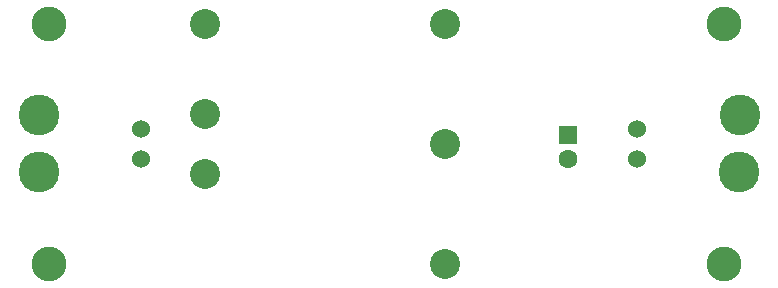
<source format=gbr>
%TF.GenerationSoftware,KiCad,Pcbnew,7.0.5*%
%TF.CreationDate,2023-10-04T22:36:29-05:00*%
%TF.ProjectId,24V Regulator Breakout,32345620-5265-4677-956c-61746f722042,rev?*%
%TF.SameCoordinates,Original*%
%TF.FileFunction,Soldermask,Bot*%
%TF.FilePolarity,Negative*%
%FSLAX46Y46*%
G04 Gerber Fmt 4.6, Leading zero omitted, Abs format (unit mm)*
G04 Created by KiCad (PCBNEW 7.0.5) date 2023-10-04 22:36:29*
%MOMM*%
%LPD*%
G01*
G04 APERTURE LIST*
%ADD10C,2.946400*%
%ADD11C,2.540000*%
%ADD12R,1.600000X1.600000*%
%ADD13C,1.600000*%
%ADD14C,3.450000*%
%ADD15C,1.524000*%
G04 APERTURE END LIST*
D10*
%TO.C,V4*%
X69850000Y-71120000D03*
%TD*%
%TO.C,V1*%
X69850000Y-50800000D03*
%TD*%
D11*
%TO.C,U1*%
X83058000Y-50800000D03*
X83058000Y-58420000D03*
X83058000Y-63500000D03*
X103378000Y-71120000D03*
X103378000Y-60960000D03*
X103378000Y-50800000D03*
%TD*%
D10*
%TO.C,V2*%
X127000000Y-71120000D03*
%TD*%
D12*
%TO.C,C1*%
X113792000Y-60258888D03*
D13*
X113792000Y-62258888D03*
%TD*%
D14*
%TO.C,Conn1*%
X128274000Y-58545000D03*
X128270000Y-63373000D03*
D15*
X119634000Y-59690000D03*
X119634000Y-62230000D03*
%TD*%
D14*
%TO.C,Conn2*%
X68957000Y-63375000D03*
X68961000Y-58547000D03*
D15*
X77597000Y-62230000D03*
X77597000Y-59690000D03*
%TD*%
D10*
%TO.C,V3*%
X127000000Y-50800000D03*
%TD*%
M02*

</source>
